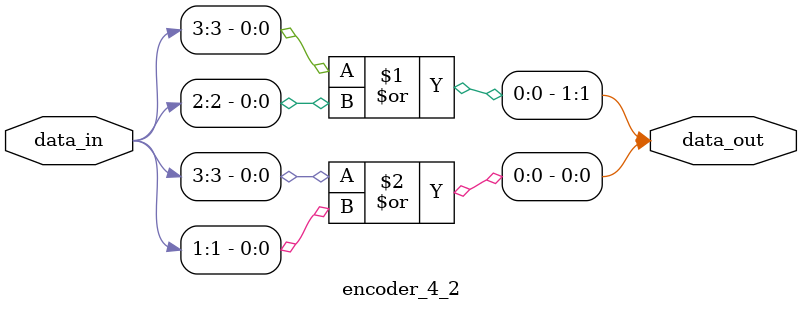
<source format=v>
module encoder_4_2(input [3:0] data_in, output [1:0] data_out);

assign data_out[1] = data_in[3]|data_in[2];
assign data_out[0] = data_in[3]|data_in[1];


endmodule
</source>
